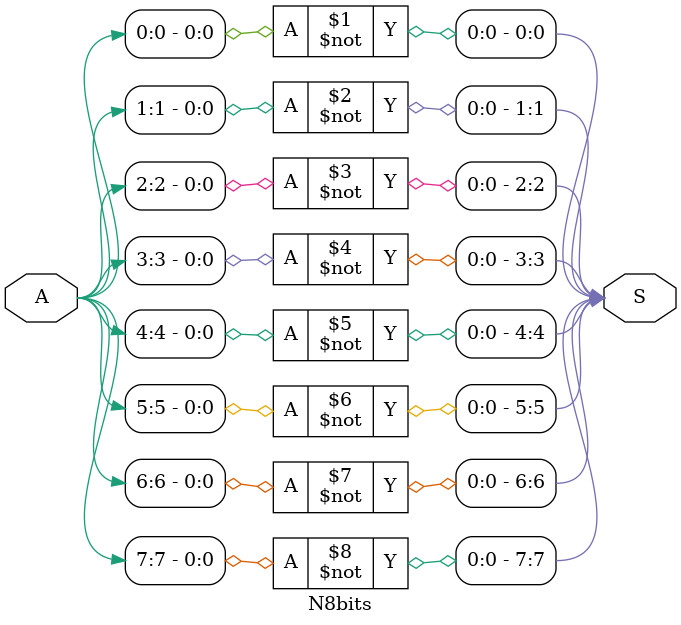
<source format=v>
module N8bits(S,A);

	input [7:0] A;
	output [7:0] S;
	
	not(S[0], A[0]);
	not(S[1], A[1]);
	not(S[2], A[2]);
	not(S[3], A[3]);
	not(S[4], A[4]);
	not(S[5], A[5]);
	not(S[6], A[6]);
	not(S[7], A[7]);
	
endmodule
</source>
